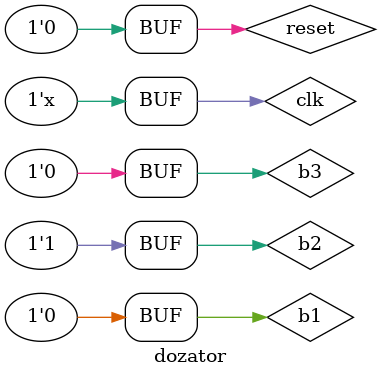
<source format=v>
`timescale 1ns / 1ps


module dozator();
reg clk, reset, b1, b2, b3;
wire eb1, eb2, eb;
detectare d(clk, reset, b1, b2, b3, eb1, eb2, eb);
initial begin
    clk = 0;
    reset = 1;
    #10 reset = 0;
    #10 b1 = 1; b2 = 0; b3 = 0;
    #100 b3 = 1;
    #100 b1 = 0; b2 = 1; b3 = 0;
    
end
always
    #10 clk = ~clk;
endmodule

</source>
